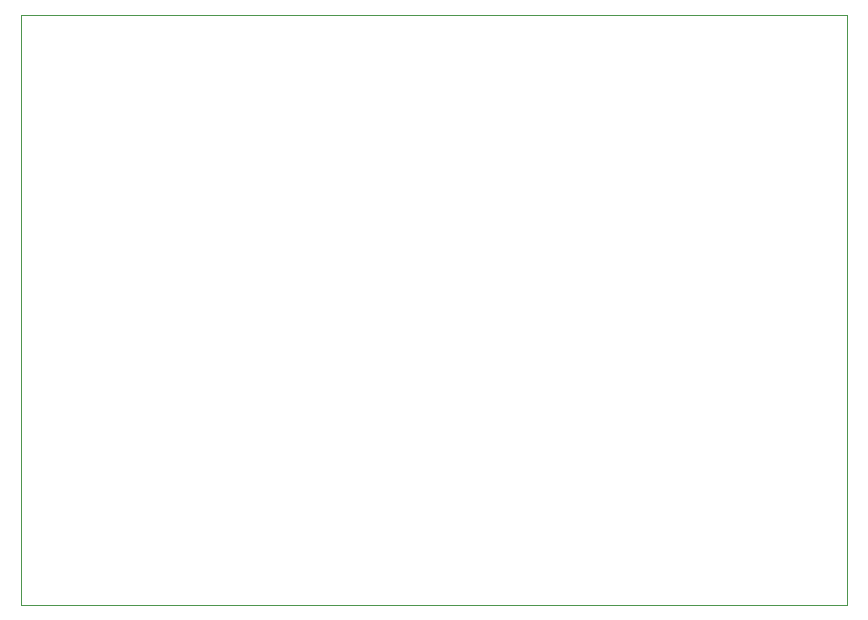
<source format=gtp>
G04 EAGLE Gerber RS-274X export*
G75*
%MOMM*%
%FSLAX34Y34*%
%LPD*%
%INPaste Mask Top*%
%IPPOS*%
%AMOC8*
5,1,8,0,0,1.08239X$1,22.5*%
G01*
%ADD10C,0.000000*%


D10*
X0Y0D02*
X0Y500000D01*
X700000Y500000D01*
X700000Y0D01*
X0Y0D01*
M02*

</source>
